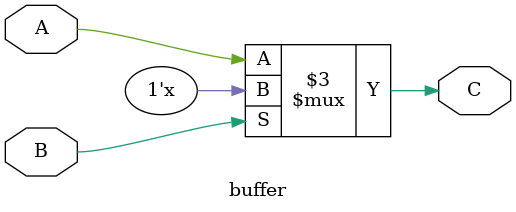
<source format=v>
`timescale 1ns / 1ps


module buffer(A,B,C);
input A,B;
output C;
reg C;
always@(B) begin
    if(B==0) C<=A;
end
endmodule

</source>
